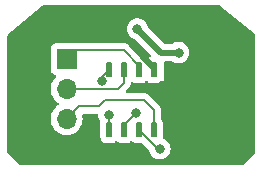
<source format=gbr>
%TF.GenerationSoftware,KiCad,Pcbnew,7.0.2*%
%TF.CreationDate,2023-10-18T18:01:29-04:00*%
%TF.ProjectId,encoder_go_v1_rev2,656e636f-6465-4725-9f67-6f5f76315f72,rev?*%
%TF.SameCoordinates,Original*%
%TF.FileFunction,Copper,L2,Bot*%
%TF.FilePolarity,Positive*%
%FSLAX46Y46*%
G04 Gerber Fmt 4.6, Leading zero omitted, Abs format (unit mm)*
G04 Created by KiCad (PCBNEW 7.0.2) date 2023-10-18 18:01:29*
%MOMM*%
%LPD*%
G01*
G04 APERTURE LIST*
G04 Aperture macros list*
%AMRoundRect*
0 Rectangle with rounded corners*
0 $1 Rounding radius*
0 $2 $3 $4 $5 $6 $7 $8 $9 X,Y pos of 4 corners*
0 Add a 4 corners polygon primitive as box body*
4,1,4,$2,$3,$4,$5,$6,$7,$8,$9,$2,$3,0*
0 Add four circle primitives for the rounded corners*
1,1,$1+$1,$2,$3*
1,1,$1+$1,$4,$5*
1,1,$1+$1,$6,$7*
1,1,$1+$1,$8,$9*
0 Add four rect primitives between the rounded corners*
20,1,$1+$1,$2,$3,$4,$5,0*
20,1,$1+$1,$4,$5,$6,$7,0*
20,1,$1+$1,$6,$7,$8,$9,0*
20,1,$1+$1,$8,$9,$2,$3,0*%
G04 Aperture macros list end*
%TA.AperFunction,SMDPad,CuDef*%
%ADD10RoundRect,0.131250X0.131250X0.503750X-0.131250X0.503750X-0.131250X-0.503750X0.131250X-0.503750X0*%
%TD*%
%TA.AperFunction,ComponentPad*%
%ADD11R,1.700000X1.700000*%
%TD*%
%TA.AperFunction,ComponentPad*%
%ADD12O,1.700000X1.700000*%
%TD*%
%TA.AperFunction,ViaPad*%
%ADD13C,0.800000*%
%TD*%
%TA.AperFunction,Conductor*%
%ADD14C,0.500000*%
%TD*%
%TA.AperFunction,Conductor*%
%ADD15C,0.200000*%
%TD*%
G04 APERTURE END LIST*
D10*
%TO.P,U1,1,VDD*%
%TO.N,+3.3V*%
X148095000Y-97460000D03*
%TO.P,U1,2,MODE*%
%TO.N,Net-(J2-Pin_2)*%
X149365000Y-97460000D03*
%TO.P,U1,3,OUT_SEL*%
%TO.N,Net-(J2-Pin_1)*%
X150635000Y-97460000D03*
%TO.P,U1,4,GND*%
%TO.N,GND*%
X151905000Y-97460000D03*
%TO.P,U1,5,PUSH*%
%TO.N,Net-(J2-Pin_3)*%
X151905000Y-102540000D03*
%TO.P,U1,6,SDA\u002CA\u002CDO*%
%TO.N,SDA*%
X150635000Y-102540000D03*
%TO.P,U1,7,SCL\u002CB\u002CCLK*%
%TO.N,SCL*%
X149365000Y-102540000D03*
%TO.P,U1,8,Z\u002CCS*%
%TO.N,CS*%
X148095000Y-102540000D03*
%TD*%
D11*
%TO.P,J2,1,Pin_1*%
%TO.N,Net-(J2-Pin_1)*%
X144503000Y-96531999D03*
D12*
%TO.P,J2,2,Pin_2*%
%TO.N,Net-(J2-Pin_2)*%
X144503000Y-99071999D03*
%TO.P,J2,3,Pin_3*%
%TO.N,Net-(J2-Pin_3)*%
X144503000Y-101611999D03*
%TD*%
D13*
%TO.N,+3.3V*%
X154000000Y-96000000D03*
X150500000Y-94000000D03*
X147500000Y-98372499D03*
%TO.N,GND*%
X156350014Y-97043499D03*
X148500000Y-94000000D03*
X151099450Y-96305886D03*
X156399266Y-103487000D03*
%TO.N,SDA*%
X152400000Y-104140000D03*
%TO.N,SCL*%
X150368000Y-101092000D03*
%TO.N,CS*%
X148093836Y-101259094D03*
%TD*%
D14*
%TO.N,GND*%
X151905000Y-97272988D02*
X151905000Y-97460000D01*
X151099450Y-96305886D02*
X151099450Y-96467438D01*
X151099450Y-96467438D02*
X151905000Y-97272988D01*
%TO.N,+3.3V*%
X152500000Y-96000000D02*
X154000000Y-96000000D01*
X150500000Y-94000000D02*
X152500000Y-96000000D01*
D15*
X147500000Y-98055000D02*
X148095000Y-97460000D01*
X147500000Y-98372499D02*
X147500000Y-98055000D01*
%TO.N,SDA*%
X152400000Y-104140000D02*
X152235000Y-104140000D01*
X152235000Y-104140000D02*
X150635000Y-102540000D01*
%TO.N,SCL*%
X149365000Y-102095000D02*
X149365000Y-102540000D01*
X150368000Y-101092000D02*
X149365000Y-102095000D01*
%TO.N,CS*%
X148093836Y-101259094D02*
X148093836Y-102538836D01*
X148093836Y-102538836D02*
X148095000Y-102540000D01*
%TO.N,Net-(J2-Pin_1)*%
X144503000Y-96531999D02*
X145232240Y-95802759D01*
X145232240Y-95802759D02*
X149327760Y-95802759D01*
X150635000Y-97109999D02*
X150635000Y-97460000D01*
X149327760Y-95802759D02*
X150635000Y-97109999D01*
%TO.N,Net-(J2-Pin_2)*%
X149365000Y-98541999D02*
X149365000Y-97460000D01*
X148835000Y-99071999D02*
X149365000Y-98541999D01*
X144503000Y-99071999D02*
X148835000Y-99071999D01*
%TO.N,Net-(J2-Pin_3)*%
X147763786Y-100017478D02*
X151048567Y-100017478D01*
X144503000Y-101611999D02*
X145555905Y-100559094D01*
X145555905Y-100559094D02*
X147222170Y-100559094D01*
X151048567Y-100017478D02*
X151905000Y-100873911D01*
X151905000Y-100873911D02*
X151905000Y-102540000D01*
X147222170Y-100559094D02*
X147763786Y-100017478D01*
%TD*%
%TA.AperFunction,Conductor*%
%TO.N,GND*%
G36*
X157522145Y-92019685D02*
G01*
X157534489Y-92028741D01*
X160455382Y-94462819D01*
X160494281Y-94520858D01*
X160499999Y-94558078D01*
X160500000Y-104448637D01*
X160480315Y-104515676D01*
X160463681Y-104536318D01*
X159536319Y-105463681D01*
X159474996Y-105497166D01*
X159448638Y-105500000D01*
X156000000Y-105500000D01*
X153000000Y-105500000D01*
X147000000Y-105500000D01*
X144000000Y-105500000D01*
X140551362Y-105500000D01*
X140484323Y-105480315D01*
X140463681Y-105463681D01*
X139536319Y-104536319D01*
X139502834Y-104474996D01*
X139500000Y-104448638D01*
X139500000Y-101611998D01*
X143147340Y-101611998D01*
X143167936Y-101847406D01*
X143191846Y-101936638D01*
X143229097Y-102075662D01*
X143328965Y-102289829D01*
X143464505Y-102483400D01*
X143631599Y-102650494D01*
X143825170Y-102786034D01*
X144039337Y-102885902D01*
X144267592Y-102947061D01*
X144267592Y-102947062D01*
X144502999Y-102967658D01*
X144502999Y-102967657D01*
X144503000Y-102967658D01*
X144738408Y-102947062D01*
X144966663Y-102885902D01*
X145180830Y-102786034D01*
X145374401Y-102650494D01*
X145541495Y-102483400D01*
X145677035Y-102289829D01*
X145776903Y-102075662D01*
X145838063Y-101847407D01*
X145858659Y-101611999D01*
X145838063Y-101376591D01*
X145821744Y-101315687D01*
X145823407Y-101245838D01*
X145862569Y-101187975D01*
X145926797Y-101160471D01*
X145941519Y-101159594D01*
X147066268Y-101159594D01*
X147133307Y-101179279D01*
X147179062Y-101232083D01*
X147189589Y-101270633D01*
X147208162Y-101447351D01*
X147266656Y-101627378D01*
X147345325Y-101763637D01*
X147361798Y-101831538D01*
X147357015Y-101860229D01*
X147334819Y-101936633D01*
X147334819Y-101936637D01*
X147332000Y-101972454D01*
X147332000Y-103107546D01*
X147334819Y-103143363D01*
X147348215Y-103189472D01*
X147379351Y-103296644D01*
X147460602Y-103434032D01*
X147573467Y-103546897D01*
X147573469Y-103546898D01*
X147710858Y-103628150D01*
X147864137Y-103672681D01*
X147899954Y-103675500D01*
X147902399Y-103675500D01*
X148287601Y-103675500D01*
X148290046Y-103675500D01*
X148325863Y-103672681D01*
X148479142Y-103628150D01*
X148616531Y-103546898D01*
X148642318Y-103521110D01*
X148703640Y-103487625D01*
X148773332Y-103492609D01*
X148817682Y-103521111D01*
X148843468Y-103546898D01*
X148942894Y-103605698D01*
X148980858Y-103628150D01*
X149134137Y-103672681D01*
X149169954Y-103675500D01*
X149172399Y-103675500D01*
X149557601Y-103675500D01*
X149560046Y-103675500D01*
X149595863Y-103672681D01*
X149749142Y-103628150D01*
X149886531Y-103546898D01*
X149912317Y-103521111D01*
X149973640Y-103487625D01*
X150043332Y-103492609D01*
X150087682Y-103521111D01*
X150113468Y-103546898D01*
X150212894Y-103605698D01*
X150250858Y-103628150D01*
X150404137Y-103672681D01*
X150439954Y-103675500D01*
X150442399Y-103675500D01*
X150827601Y-103675500D01*
X150830046Y-103675500D01*
X150836530Y-103674989D01*
X150857618Y-103673330D01*
X150925995Y-103687692D01*
X150955031Y-103709266D01*
X151476265Y-104230500D01*
X151509750Y-104291823D01*
X151511905Y-104305218D01*
X151514326Y-104328257D01*
X151572820Y-104508284D01*
X151667466Y-104672216D01*
X151794129Y-104812889D01*
X151947269Y-104924151D01*
X152120197Y-105001144D01*
X152305352Y-105040500D01*
X152305354Y-105040500D01*
X152494648Y-105040500D01*
X152618083Y-105014262D01*
X152679803Y-105001144D01*
X152852730Y-104924151D01*
X153005871Y-104812888D01*
X153132533Y-104672216D01*
X153227179Y-104508284D01*
X153285674Y-104328256D01*
X153305460Y-104140000D01*
X153285674Y-103951744D01*
X153227179Y-103771716D01*
X153227179Y-103771715D01*
X153132533Y-103607783D01*
X153005870Y-103467110D01*
X152852732Y-103355849D01*
X152774155Y-103320864D01*
X152730818Y-103301569D01*
X152677583Y-103256321D01*
X152657261Y-103189472D01*
X152662178Y-103153698D01*
X152665181Y-103143363D01*
X152668000Y-103107546D01*
X152668000Y-101972454D01*
X152665181Y-101936637D01*
X152620650Y-101783358D01*
X152590918Y-101733085D01*
X152531424Y-101632485D01*
X152532717Y-101631720D01*
X152508334Y-101587066D01*
X152505500Y-101560708D01*
X152505500Y-100921398D01*
X152506561Y-100905212D01*
X152510682Y-100873910D01*
X152498357Y-100780296D01*
X152490044Y-100717149D01*
X152429536Y-100571070D01*
X152420876Y-100559784D01*
X152333282Y-100445628D01*
X152308229Y-100426405D01*
X152296034Y-100415710D01*
X151506766Y-99626442D01*
X151496070Y-99614246D01*
X151476848Y-99589194D01*
X151351408Y-99492942D01*
X151203801Y-99431801D01*
X151197269Y-99431373D01*
X151048567Y-99411795D01*
X151020730Y-99415460D01*
X151017264Y-99415917D01*
X151001080Y-99416978D01*
X149638617Y-99416978D01*
X149571578Y-99397293D01*
X149525823Y-99344489D01*
X149515879Y-99275331D01*
X149544904Y-99211775D01*
X149550936Y-99205297D01*
X149756043Y-99000189D01*
X149768223Y-98989508D01*
X149793282Y-98970281D01*
X149889536Y-98844840D01*
X149950044Y-98698761D01*
X149965500Y-98581360D01*
X149965662Y-98580123D01*
X149993901Y-98516216D01*
X150052208Y-98477720D01*
X150122073Y-98476858D01*
X150151728Y-98489524D01*
X150250858Y-98548150D01*
X150404137Y-98592681D01*
X150439954Y-98595500D01*
X150442399Y-98595500D01*
X150827601Y-98595500D01*
X150830046Y-98595500D01*
X150865863Y-98592681D01*
X151019142Y-98548150D01*
X151156531Y-98466898D01*
X151182671Y-98440757D01*
X151243993Y-98407272D01*
X151313685Y-98412256D01*
X151358034Y-98440757D01*
X151383776Y-98466499D01*
X151521059Y-98547687D01*
X151674212Y-98592182D01*
X151707574Y-98594808D01*
X151712451Y-98594999D01*
X152097570Y-98594999D01*
X152102403Y-98594809D01*
X152135781Y-98592182D01*
X152288944Y-98547685D01*
X152426220Y-98466501D01*
X152448842Y-98443879D01*
X152510165Y-98410393D01*
X152560840Y-98409967D01*
X152716000Y-98440999D01*
X152716000Y-96874500D01*
X152735685Y-96807461D01*
X152788489Y-96761706D01*
X152840000Y-96750500D01*
X153460663Y-96750500D01*
X153527702Y-96770185D01*
X153533550Y-96774183D01*
X153547271Y-96784152D01*
X153720197Y-96861144D01*
X153905352Y-96900500D01*
X153905354Y-96900500D01*
X154094648Y-96900500D01*
X154218083Y-96874262D01*
X154279803Y-96861144D01*
X154452730Y-96784151D01*
X154499047Y-96750500D01*
X154605870Y-96672889D01*
X154732533Y-96532216D01*
X154827179Y-96368284D01*
X154875322Y-96220115D01*
X154885674Y-96188256D01*
X154905460Y-96000000D01*
X154885674Y-95811744D01*
X154855332Y-95718363D01*
X154827179Y-95631715D01*
X154732533Y-95467783D01*
X154605870Y-95327110D01*
X154452730Y-95215848D01*
X154279802Y-95138855D01*
X154094648Y-95099500D01*
X154094646Y-95099500D01*
X153905354Y-95099500D01*
X153905352Y-95099500D01*
X153720197Y-95138855D01*
X153547271Y-95215847D01*
X153533550Y-95225817D01*
X153467744Y-95249298D01*
X153460663Y-95249500D01*
X152862230Y-95249500D01*
X152795191Y-95229815D01*
X152774549Y-95213181D01*
X151412771Y-93851403D01*
X151382521Y-93802040D01*
X151327179Y-93631715D01*
X151232533Y-93467783D01*
X151105870Y-93327110D01*
X150952730Y-93215848D01*
X150779802Y-93138855D01*
X150594648Y-93099500D01*
X150594646Y-93099500D01*
X150405354Y-93099500D01*
X150405352Y-93099500D01*
X150220197Y-93138855D01*
X150047269Y-93215848D01*
X149894129Y-93327110D01*
X149767466Y-93467783D01*
X149672820Y-93631715D01*
X149614326Y-93811742D01*
X149594540Y-93999999D01*
X149614326Y-94188257D01*
X149672820Y-94368284D01*
X149767466Y-94532216D01*
X149894129Y-94672889D01*
X150047269Y-94784151D01*
X150220193Y-94861143D01*
X150220196Y-94861143D01*
X150220197Y-94861144D01*
X150285329Y-94874987D01*
X150346808Y-94908178D01*
X150347228Y-94908596D01*
X151076080Y-95637448D01*
X151597425Y-96158792D01*
X151630910Y-96220115D01*
X151625926Y-96289807D01*
X151584054Y-96345740D01*
X151544339Y-96365549D01*
X151521059Y-96372312D01*
X151383775Y-96453501D01*
X151358033Y-96479243D01*
X151296709Y-96512728D01*
X151227018Y-96507742D01*
X151182672Y-96479242D01*
X151156532Y-96453102D01*
X151019144Y-96371851D01*
X151019143Y-96371850D01*
X151019142Y-96371850D01*
X150865863Y-96327319D01*
X150856634Y-96326592D01*
X150832478Y-96324691D01*
X150832467Y-96324690D01*
X150830046Y-96324500D01*
X150827601Y-96324500D01*
X150750098Y-96324500D01*
X150683059Y-96304815D01*
X150662417Y-96288181D01*
X149785959Y-95411723D01*
X149775263Y-95399527D01*
X149756041Y-95374475D01*
X149630600Y-95278222D01*
X149484522Y-95217715D01*
X149367121Y-95202259D01*
X149327760Y-95197076D01*
X149299923Y-95200741D01*
X149296457Y-95201198D01*
X149280273Y-95202259D01*
X145521332Y-95202259D01*
X145477997Y-95194440D01*
X145460485Y-95187908D01*
X145404166Y-95181853D01*
X145404165Y-95181852D01*
X145400873Y-95181499D01*
X145397550Y-95181499D01*
X143608439Y-95181499D01*
X143608420Y-95181499D01*
X143605128Y-95181500D01*
X143601848Y-95181852D01*
X143601840Y-95181853D01*
X143545515Y-95187908D01*
X143410669Y-95238203D01*
X143295454Y-95324453D01*
X143209204Y-95439667D01*
X143198718Y-95467783D01*
X143158909Y-95574516D01*
X143152500Y-95634126D01*
X143152500Y-95637447D01*
X143152500Y-95637448D01*
X143152500Y-97426559D01*
X143152500Y-97426577D01*
X143152501Y-97429871D01*
X143158909Y-97489482D01*
X143209204Y-97624330D01*
X143295454Y-97739545D01*
X143410669Y-97825795D01*
X143522907Y-97867657D01*
X143542082Y-97874809D01*
X143598016Y-97916680D01*
X143622433Y-97982145D01*
X143607581Y-98050418D01*
X143586431Y-98078672D01*
X143464503Y-98200600D01*
X143328965Y-98394169D01*
X143229097Y-98608335D01*
X143167936Y-98836591D01*
X143147340Y-99071999D01*
X143167936Y-99307406D01*
X143197012Y-99415917D01*
X143229097Y-99535662D01*
X143328965Y-99749829D01*
X143464505Y-99943400D01*
X143631599Y-100110494D01*
X143817160Y-100240425D01*
X143860783Y-100295001D01*
X143867976Y-100364500D01*
X143836454Y-100426854D01*
X143817158Y-100443574D01*
X143651194Y-100559784D01*
X143631595Y-100573507D01*
X143464505Y-100740597D01*
X143328965Y-100934169D01*
X143229097Y-101148335D01*
X143167936Y-101376591D01*
X143147340Y-101611998D01*
X139500000Y-101611998D01*
X139500000Y-94558078D01*
X139519685Y-94491039D01*
X139544617Y-94462819D01*
X139874092Y-94188257D01*
X142465510Y-92028741D01*
X142529614Y-92000945D01*
X142544894Y-92000000D01*
X157455106Y-92000000D01*
X157522145Y-92019685D01*
G37*
%TD.AperFunction*%
%TD*%
M02*

</source>
